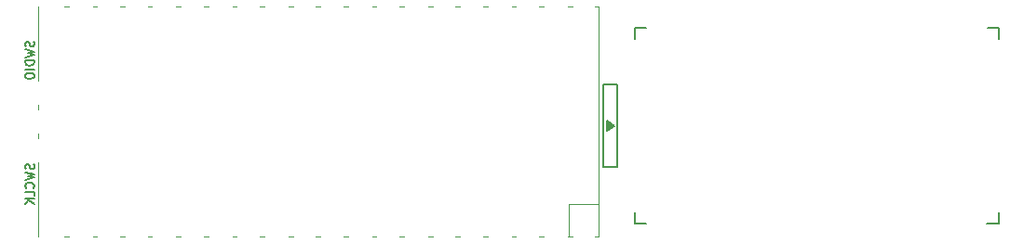
<source format=gbr>
G04 #@! TF.GenerationSoftware,KiCad,Pcbnew,(5.1.6-0-10_14)*
G04 #@! TF.CreationDate,2022-05-05T21:05:38+09:00*
G04 #@! TF.ProjectId,cool640x2,636f6f6c-3634-4307-9832-2e6b69636164,rev?*
G04 #@! TF.SameCoordinates,Original*
G04 #@! TF.FileFunction,Legend,Bot*
G04 #@! TF.FilePolarity,Positive*
%FSLAX46Y46*%
G04 Gerber Fmt 4.6, Leading zero omitted, Abs format (unit mm)*
G04 Created by KiCad (PCBNEW (5.1.6-0-10_14)) date 2022-05-05 21:05:38*
%MOMM*%
%LPD*%
G01*
G04 APERTURE LIST*
%ADD10C,0.120000*%
%ADD11C,0.150000*%
G04 APERTURE END LIST*
D10*
X114200000Y-101570000D02*
X114200000Y-80570000D01*
X63200000Y-94770000D02*
X63200000Y-101570000D01*
X111533000Y-101570000D02*
X111533000Y-98563000D01*
X111533000Y-98563000D02*
X114200000Y-98563000D01*
X114200000Y-101570000D02*
X113900000Y-101570000D01*
X111800000Y-101570000D02*
X111400000Y-101570000D01*
X109200000Y-101570000D02*
X108800000Y-101570000D01*
X106700000Y-101570000D02*
X106300000Y-101570000D01*
X104100000Y-101570000D02*
X103700000Y-101570000D01*
X101600000Y-101570000D02*
X101200000Y-101570000D01*
X99100000Y-101570000D02*
X98700000Y-101570000D01*
X96500000Y-101570000D02*
X96100000Y-101570000D01*
X94000000Y-101570000D02*
X93600000Y-101570000D01*
X91400000Y-101570000D02*
X91000000Y-101570000D01*
X88900000Y-101570000D02*
X88500000Y-101570000D01*
X86400000Y-101570000D02*
X86000000Y-101570000D01*
X83800000Y-101570000D02*
X83400000Y-101570000D01*
X81300000Y-101570000D02*
X80900000Y-101570000D01*
X78700000Y-101570000D02*
X78300000Y-101570000D01*
X76200000Y-101570000D02*
X75800000Y-101570000D01*
X73600000Y-101570000D02*
X73200000Y-101570000D01*
X71100000Y-101570000D02*
X70700000Y-101570000D01*
X68600000Y-101570000D02*
X68200000Y-101570000D01*
X66000000Y-101570000D02*
X65600000Y-101570000D01*
X99100000Y-80570000D02*
X98700000Y-80570000D01*
X94000000Y-80570000D02*
X93600000Y-80570000D01*
X86400000Y-80570000D02*
X86000000Y-80570000D01*
X78700000Y-80570000D02*
X78300000Y-80570000D01*
X109200000Y-80570000D02*
X108800000Y-80570000D01*
X111800000Y-80570000D02*
X111400000Y-80570000D01*
X104100000Y-80570000D02*
X103700000Y-80570000D01*
X71100000Y-80570000D02*
X70700000Y-80570000D01*
X66000000Y-80570000D02*
X65600000Y-80570000D01*
X68600000Y-80570000D02*
X68200000Y-80570000D01*
X83800000Y-80570000D02*
X83400000Y-80570000D01*
X88900000Y-80570000D02*
X88500000Y-80570000D01*
X101600000Y-80570000D02*
X101200000Y-80570000D01*
X96500000Y-80570000D02*
X96100000Y-80570000D01*
X76200000Y-80570000D02*
X75800000Y-80570000D01*
X91400000Y-80570000D02*
X91000000Y-80570000D01*
X114200000Y-80570000D02*
X113900000Y-80570000D01*
X106700000Y-80570000D02*
X106300000Y-80570000D01*
X81300000Y-80570000D02*
X80900000Y-80570000D01*
X73600000Y-80570000D02*
X73200000Y-80570000D01*
X63200000Y-80570000D02*
X63200000Y-87370000D01*
X63200000Y-92570000D02*
X63200000Y-92170000D01*
X63200000Y-89970000D02*
X63200000Y-89570000D01*
D11*
X150590000Y-82550000D02*
X150590000Y-83560000D01*
X150590000Y-100350000D02*
X150590000Y-99350000D01*
X149590000Y-82550000D02*
X150590000Y-82550000D01*
X149540000Y-100350000D02*
X150590000Y-100350000D01*
X117540000Y-82550000D02*
X117540000Y-83500000D01*
X117540000Y-100350000D02*
X117540000Y-99350000D01*
X117540000Y-82550000D02*
X118540000Y-82550000D01*
X117540000Y-100350000D02*
X118540000Y-100350000D01*
X114640000Y-95200000D02*
X115940000Y-95200000D01*
X115940000Y-95200000D02*
X115940000Y-87700000D01*
X115940000Y-87700000D02*
X114640000Y-87700000D01*
X114640000Y-87700000D02*
X114640000Y-95200000D01*
X114990000Y-91950000D02*
X114990000Y-90950000D01*
X114990000Y-90950000D02*
X115640000Y-91450000D01*
X115640000Y-91450000D02*
X114990000Y-91950000D01*
X115140000Y-91800000D02*
X115140000Y-91100000D01*
X115290000Y-91700000D02*
X115290000Y-91200000D01*
X115440000Y-91600000D02*
X115440000Y-91300000D01*
X62823809Y-83774761D02*
X62861904Y-83889047D01*
X62861904Y-84079523D01*
X62823809Y-84155714D01*
X62785714Y-84193809D01*
X62709523Y-84231904D01*
X62633333Y-84231904D01*
X62557142Y-84193809D01*
X62519047Y-84155714D01*
X62480952Y-84079523D01*
X62442857Y-83927142D01*
X62404761Y-83850952D01*
X62366666Y-83812857D01*
X62290476Y-83774761D01*
X62214285Y-83774761D01*
X62138095Y-83812857D01*
X62100000Y-83850952D01*
X62061904Y-83927142D01*
X62061904Y-84117619D01*
X62100000Y-84231904D01*
X62061904Y-84498571D02*
X62861904Y-84689047D01*
X62290476Y-84841428D01*
X62861904Y-84993809D01*
X62061904Y-85184285D01*
X62861904Y-85489047D02*
X62061904Y-85489047D01*
X62061904Y-85679523D01*
X62100000Y-85793809D01*
X62176190Y-85870000D01*
X62252380Y-85908095D01*
X62404761Y-85946190D01*
X62519047Y-85946190D01*
X62671428Y-85908095D01*
X62747619Y-85870000D01*
X62823809Y-85793809D01*
X62861904Y-85679523D01*
X62861904Y-85489047D01*
X62861904Y-86289047D02*
X62061904Y-86289047D01*
X62061904Y-86822380D02*
X62061904Y-86974761D01*
X62100000Y-87050952D01*
X62176190Y-87127142D01*
X62328571Y-87165238D01*
X62595238Y-87165238D01*
X62747619Y-87127142D01*
X62823809Y-87050952D01*
X62861904Y-86974761D01*
X62861904Y-86822380D01*
X62823809Y-86746190D01*
X62747619Y-86670000D01*
X62595238Y-86631904D01*
X62328571Y-86631904D01*
X62176190Y-86670000D01*
X62100000Y-86746190D01*
X62061904Y-86822380D01*
X62823809Y-94960476D02*
X62861904Y-95074761D01*
X62861904Y-95265238D01*
X62823809Y-95341428D01*
X62785714Y-95379523D01*
X62709523Y-95417619D01*
X62633333Y-95417619D01*
X62557142Y-95379523D01*
X62519047Y-95341428D01*
X62480952Y-95265238D01*
X62442857Y-95112857D01*
X62404761Y-95036666D01*
X62366666Y-94998571D01*
X62290476Y-94960476D01*
X62214285Y-94960476D01*
X62138095Y-94998571D01*
X62100000Y-95036666D01*
X62061904Y-95112857D01*
X62061904Y-95303333D01*
X62100000Y-95417619D01*
X62061904Y-95684285D02*
X62861904Y-95874761D01*
X62290476Y-96027142D01*
X62861904Y-96179523D01*
X62061904Y-96370000D01*
X62785714Y-97131904D02*
X62823809Y-97093809D01*
X62861904Y-96979523D01*
X62861904Y-96903333D01*
X62823809Y-96789047D01*
X62747619Y-96712857D01*
X62671428Y-96674761D01*
X62519047Y-96636666D01*
X62404761Y-96636666D01*
X62252380Y-96674761D01*
X62176190Y-96712857D01*
X62100000Y-96789047D01*
X62061904Y-96903333D01*
X62061904Y-96979523D01*
X62100000Y-97093809D01*
X62138095Y-97131904D01*
X62861904Y-97855714D02*
X62861904Y-97474761D01*
X62061904Y-97474761D01*
X62861904Y-98122380D02*
X62061904Y-98122380D01*
X62861904Y-98579523D02*
X62404761Y-98236666D01*
X62061904Y-98579523D02*
X62519047Y-98122380D01*
M02*

</source>
